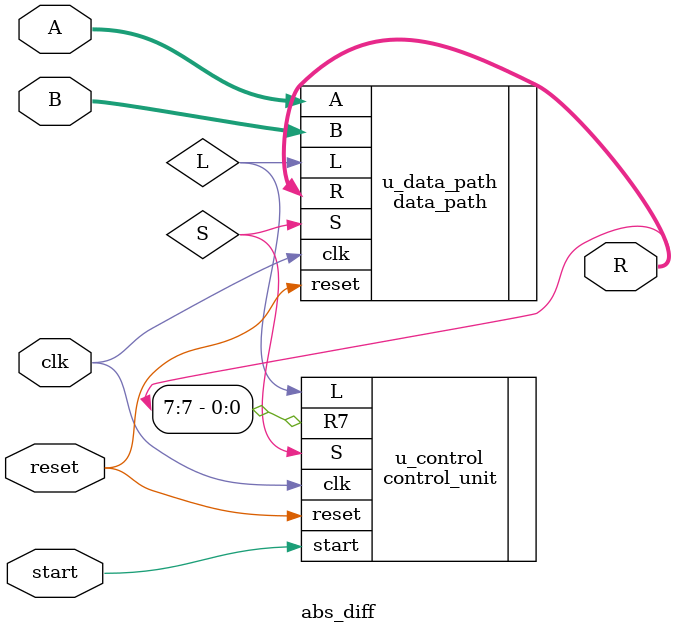
<source format=v>
module abs_diff (A, B, R, start, reset, clk);

	input	[7:0]	A;
	input	[7:0]	B;
	output	[7:0]	R;
	input			start;
	input			reset;
	input			clk;

	wire			L, S;

	control_unit u_control (
		.start (start),
		.R7 (R[7]),
		.L (L),
		.S (S),
		.reset (reset),
		.clk (clk)
	);

	data_path u_data_path (
		.A (A),
		.B (B),
		.L (L),
		.S (S),
		.R (R),
		.reset (reset),
		.clk (clk)
	);
endmodule



















</source>
